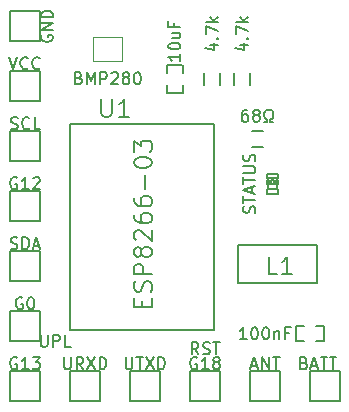
<source format=gto>
G04 #@! TF.FileFunction,Legend,Top*
%FSLAX46Y46*%
G04 Gerber Fmt 4.6, Leading zero omitted, Abs format (unit mm)*
G04 Created by KiCad (PCBNEW 0.201412131231+5320~19~ubuntu14.04.1-product) date Mon 15 Dec 2014 13:13:02 AEDT*
%MOMM*%
G01*
G04 APERTURE LIST*
%ADD10C,0.100000*%
%ADD11C,0.150000*%
%ADD12C,0.050000*%
G04 APERTURE END LIST*
D10*
D11*
X126444524Y-122642381D02*
X126444524Y-123451905D01*
X126492143Y-123547143D01*
X126539762Y-123594762D01*
X126635000Y-123642381D01*
X126825477Y-123642381D01*
X126920715Y-123594762D01*
X126968334Y-123547143D01*
X127015953Y-123451905D01*
X127015953Y-122642381D01*
X127492143Y-123642381D02*
X127492143Y-122642381D01*
X127873096Y-122642381D01*
X127968334Y-122690000D01*
X128015953Y-122737619D01*
X128063572Y-122832857D01*
X128063572Y-122975714D01*
X128015953Y-123070952D01*
X127968334Y-123118571D01*
X127873096Y-123166190D01*
X127492143Y-123166190D01*
X128968334Y-123642381D02*
X128492143Y-123642381D01*
X128492143Y-122642381D01*
X139787381Y-124277381D02*
X139454047Y-123801190D01*
X139215952Y-124277381D02*
X139215952Y-123277381D01*
X139596905Y-123277381D01*
X139692143Y-123325000D01*
X139739762Y-123372619D01*
X139787381Y-123467857D01*
X139787381Y-123610714D01*
X139739762Y-123705952D01*
X139692143Y-123753571D01*
X139596905Y-123801190D01*
X139215952Y-123801190D01*
X140168333Y-124229762D02*
X140311190Y-124277381D01*
X140549286Y-124277381D01*
X140644524Y-124229762D01*
X140692143Y-124182143D01*
X140739762Y-124086905D01*
X140739762Y-123991667D01*
X140692143Y-123896429D01*
X140644524Y-123848810D01*
X140549286Y-123801190D01*
X140358809Y-123753571D01*
X140263571Y-123705952D01*
X140215952Y-123658333D01*
X140168333Y-123563095D01*
X140168333Y-123467857D01*
X140215952Y-123372619D01*
X140263571Y-123325000D01*
X140358809Y-123277381D01*
X140596905Y-123277381D01*
X140739762Y-123325000D01*
X141025476Y-123277381D02*
X141596905Y-123277381D01*
X141311190Y-124277381D02*
X141311190Y-123277381D01*
X149725380Y-123205240D02*
X150423880Y-123205240D01*
X148724620Y-123205240D02*
X148026120Y-123205240D01*
X149725380Y-121904760D02*
X150423880Y-121904760D01*
X148026120Y-121904760D02*
X148724620Y-121904760D01*
X150423880Y-121920000D02*
X150423880Y-123190000D01*
X148026120Y-123190000D02*
X148026120Y-121920000D01*
X137144760Y-101465380D02*
X137144760Y-102163880D01*
X137144760Y-100464620D02*
X137144760Y-99766120D01*
X138445240Y-101465380D02*
X138445240Y-102163880D01*
X138445240Y-99766120D02*
X138445240Y-100464620D01*
X138430000Y-102163880D02*
X137160000Y-102163880D01*
X137160000Y-99766120D02*
X138430000Y-99766120D01*
X145600420Y-109405420D02*
X146499580Y-109405420D01*
X146499580Y-109405420D02*
X146499580Y-109006640D01*
X145600420Y-109006640D02*
X146499580Y-109006640D01*
X145600420Y-109405420D02*
X145600420Y-109006640D01*
X145600420Y-110703360D02*
X146499580Y-110703360D01*
X146499580Y-110703360D02*
X146499580Y-110304580D01*
X145600420Y-110304580D02*
X146499580Y-110304580D01*
X145600420Y-110703360D02*
X145600420Y-110304580D01*
X145600420Y-109855000D02*
X145750280Y-109855000D01*
X145750280Y-109855000D02*
X145750280Y-109555280D01*
X145600420Y-109555280D02*
X145750280Y-109555280D01*
X145600420Y-109855000D02*
X145600420Y-109555280D01*
X146349720Y-109855000D02*
X146499580Y-109855000D01*
X146499580Y-109855000D02*
X146499580Y-109555280D01*
X146349720Y-109555280D02*
X146499580Y-109555280D01*
X146349720Y-109855000D02*
X146349720Y-109555280D01*
X145900140Y-109855000D02*
X146199860Y-109855000D01*
X146199860Y-109855000D02*
X146199860Y-109555280D01*
X145900140Y-109555280D02*
X146199860Y-109555280D01*
X145900140Y-109855000D02*
X145900140Y-109555280D01*
X145651220Y-109405420D02*
X145651220Y-110304580D01*
X146448780Y-109405420D02*
X146448780Y-110304580D01*
X149845000Y-114995000D02*
X149845000Y-118295000D01*
X143145000Y-114995000D02*
X143145000Y-118295000D01*
X143145000Y-118295000D02*
X149845000Y-118295000D01*
X143145000Y-114995000D02*
X149845000Y-114995000D01*
X123825000Y-100330000D02*
X123825000Y-102870000D01*
X123825000Y-102870000D02*
X126365000Y-102870000D01*
X126365000Y-102870000D02*
X126365000Y-100330000D01*
X126365000Y-100330000D02*
X123825000Y-100330000D01*
X149225000Y-125730000D02*
X149225000Y-128270000D01*
X149225000Y-128270000D02*
X151765000Y-128270000D01*
X151765000Y-128270000D02*
X151765000Y-125730000D01*
X151765000Y-125730000D02*
X149225000Y-125730000D01*
X123825000Y-95250000D02*
X123825000Y-97790000D01*
X123825000Y-97790000D02*
X126365000Y-97790000D01*
X126365000Y-97790000D02*
X126365000Y-95250000D01*
X126365000Y-95250000D02*
X123825000Y-95250000D01*
X128905000Y-125730000D02*
X128905000Y-128270000D01*
X128905000Y-128270000D02*
X131445000Y-128270000D01*
X131445000Y-128270000D02*
X131445000Y-125730000D01*
X131445000Y-125730000D02*
X128905000Y-125730000D01*
X133985000Y-125730000D02*
X133985000Y-128270000D01*
X133985000Y-128270000D02*
X136525000Y-128270000D01*
X136525000Y-128270000D02*
X136525000Y-125730000D01*
X136525000Y-125730000D02*
X133985000Y-125730000D01*
X139065000Y-125730000D02*
X139065000Y-128270000D01*
X139065000Y-128270000D02*
X141605000Y-128270000D01*
X141605000Y-128270000D02*
X141605000Y-125730000D01*
X141605000Y-125730000D02*
X139065000Y-125730000D01*
X123825000Y-115570000D02*
X123825000Y-118110000D01*
X123825000Y-118110000D02*
X126365000Y-118110000D01*
X126365000Y-118110000D02*
X126365000Y-115570000D01*
X126365000Y-115570000D02*
X123825000Y-115570000D01*
X123825000Y-105410000D02*
X123825000Y-107950000D01*
X123825000Y-107950000D02*
X126365000Y-107950000D01*
X126365000Y-107950000D02*
X126365000Y-105410000D01*
X126365000Y-105410000D02*
X123825000Y-105410000D01*
X123825000Y-110490000D02*
X123825000Y-113030000D01*
X123825000Y-113030000D02*
X126365000Y-113030000D01*
X126365000Y-113030000D02*
X126365000Y-110490000D01*
X126365000Y-110490000D02*
X123825000Y-110490000D01*
X123825000Y-125730000D02*
X123825000Y-128270000D01*
X123825000Y-128270000D02*
X126365000Y-128270000D01*
X126365000Y-128270000D02*
X126365000Y-125730000D01*
X126365000Y-125730000D02*
X123825000Y-125730000D01*
X123825000Y-120650000D02*
X123825000Y-123190000D01*
X123825000Y-123190000D02*
X126365000Y-123190000D01*
X126365000Y-123190000D02*
X126365000Y-120650000D01*
X126365000Y-120650000D02*
X123825000Y-120650000D01*
X144145000Y-125730000D02*
X144145000Y-128270000D01*
X144145000Y-128270000D02*
X146685000Y-128270000D01*
X146685000Y-128270000D02*
X146685000Y-125730000D01*
X146685000Y-125730000D02*
X144145000Y-125730000D01*
X140295000Y-101465000D02*
X140295000Y-100465000D01*
X141645000Y-100465000D02*
X141645000Y-101465000D01*
X142835000Y-101465000D02*
X142835000Y-100465000D01*
X144185000Y-100465000D02*
X144185000Y-101465000D01*
X145280000Y-106720000D02*
X144280000Y-106720000D01*
X144280000Y-105370000D02*
X145280000Y-105370000D01*
X128905000Y-104775000D02*
X128905000Y-122225000D01*
X128905000Y-122225000D02*
X141065000Y-122225000D01*
X141065000Y-122225000D02*
X141065000Y-104775000D01*
X128905000Y-104775000D02*
X141065000Y-104775000D01*
D12*
X130830000Y-97425000D02*
X130830000Y-99425000D01*
X133330000Y-97425000D02*
X133330000Y-99425000D01*
X130830000Y-97425000D02*
X133330000Y-97425000D01*
X130830000Y-99425000D02*
X133330000Y-99425000D01*
D11*
X143867381Y-123007381D02*
X143295952Y-123007381D01*
X143581666Y-123007381D02*
X143581666Y-122007381D01*
X143486428Y-122150238D01*
X143391190Y-122245476D01*
X143295952Y-122293095D01*
X144486428Y-122007381D02*
X144581667Y-122007381D01*
X144676905Y-122055000D01*
X144724524Y-122102619D01*
X144772143Y-122197857D01*
X144819762Y-122388333D01*
X144819762Y-122626429D01*
X144772143Y-122816905D01*
X144724524Y-122912143D01*
X144676905Y-122959762D01*
X144581667Y-123007381D01*
X144486428Y-123007381D01*
X144391190Y-122959762D01*
X144343571Y-122912143D01*
X144295952Y-122816905D01*
X144248333Y-122626429D01*
X144248333Y-122388333D01*
X144295952Y-122197857D01*
X144343571Y-122102619D01*
X144391190Y-122055000D01*
X144486428Y-122007381D01*
X145438809Y-122007381D02*
X145534048Y-122007381D01*
X145629286Y-122055000D01*
X145676905Y-122102619D01*
X145724524Y-122197857D01*
X145772143Y-122388333D01*
X145772143Y-122626429D01*
X145724524Y-122816905D01*
X145676905Y-122912143D01*
X145629286Y-122959762D01*
X145534048Y-123007381D01*
X145438809Y-123007381D01*
X145343571Y-122959762D01*
X145295952Y-122912143D01*
X145248333Y-122816905D01*
X145200714Y-122626429D01*
X145200714Y-122388333D01*
X145248333Y-122197857D01*
X145295952Y-122102619D01*
X145343571Y-122055000D01*
X145438809Y-122007381D01*
X146200714Y-122340714D02*
X146200714Y-123007381D01*
X146200714Y-122435952D02*
X146248333Y-122388333D01*
X146343571Y-122340714D01*
X146486429Y-122340714D01*
X146581667Y-122388333D01*
X146629286Y-122483571D01*
X146629286Y-123007381D01*
X147438810Y-122483571D02*
X147105476Y-122483571D01*
X147105476Y-123007381D02*
X147105476Y-122007381D01*
X147581667Y-122007381D01*
X138247381Y-98861428D02*
X138247381Y-99432857D01*
X138247381Y-99147143D02*
X137247381Y-99147143D01*
X137390238Y-99242381D01*
X137485476Y-99337619D01*
X137533095Y-99432857D01*
X137247381Y-98242381D02*
X137247381Y-98147142D01*
X137295000Y-98051904D01*
X137342619Y-98004285D01*
X137437857Y-97956666D01*
X137628333Y-97909047D01*
X137866429Y-97909047D01*
X138056905Y-97956666D01*
X138152143Y-98004285D01*
X138199762Y-98051904D01*
X138247381Y-98147142D01*
X138247381Y-98242381D01*
X138199762Y-98337619D01*
X138152143Y-98385238D01*
X138056905Y-98432857D01*
X137866429Y-98480476D01*
X137628333Y-98480476D01*
X137437857Y-98432857D01*
X137342619Y-98385238D01*
X137295000Y-98337619D01*
X137247381Y-98242381D01*
X137580714Y-97051904D02*
X138247381Y-97051904D01*
X137580714Y-97480476D02*
X138104524Y-97480476D01*
X138199762Y-97432857D01*
X138247381Y-97337619D01*
X138247381Y-97194761D01*
X138199762Y-97099523D01*
X138152143Y-97051904D01*
X137723571Y-96242380D02*
X137723571Y-96575714D01*
X138247381Y-96575714D02*
X137247381Y-96575714D01*
X137247381Y-96099523D01*
X144549762Y-112331191D02*
X144597381Y-112188334D01*
X144597381Y-111950238D01*
X144549762Y-111855000D01*
X144502143Y-111807381D01*
X144406905Y-111759762D01*
X144311667Y-111759762D01*
X144216429Y-111807381D01*
X144168810Y-111855000D01*
X144121190Y-111950238D01*
X144073571Y-112140715D01*
X144025952Y-112235953D01*
X143978333Y-112283572D01*
X143883095Y-112331191D01*
X143787857Y-112331191D01*
X143692619Y-112283572D01*
X143645000Y-112235953D01*
X143597381Y-112140715D01*
X143597381Y-111902619D01*
X143645000Y-111759762D01*
X143597381Y-111474048D02*
X143597381Y-110902619D01*
X144597381Y-111188334D02*
X143597381Y-111188334D01*
X144311667Y-110616905D02*
X144311667Y-110140714D01*
X144597381Y-110712143D02*
X143597381Y-110378810D01*
X144597381Y-110045476D01*
X143597381Y-109855000D02*
X143597381Y-109283571D01*
X144597381Y-109569286D02*
X143597381Y-109569286D01*
X143597381Y-108950238D02*
X144406905Y-108950238D01*
X144502143Y-108902619D01*
X144549762Y-108855000D01*
X144597381Y-108759762D01*
X144597381Y-108569285D01*
X144549762Y-108474047D01*
X144502143Y-108426428D01*
X144406905Y-108378809D01*
X143597381Y-108378809D01*
X144549762Y-107950238D02*
X144597381Y-107807381D01*
X144597381Y-107569285D01*
X144549762Y-107474047D01*
X144502143Y-107426428D01*
X144406905Y-107378809D01*
X144311667Y-107378809D01*
X144216429Y-107426428D01*
X144168810Y-107474047D01*
X144121190Y-107569285D01*
X144073571Y-107759762D01*
X144025952Y-107855000D01*
X143978333Y-107902619D01*
X143883095Y-107950238D01*
X143787857Y-107950238D01*
X143692619Y-107902619D01*
X143645000Y-107855000D01*
X143597381Y-107759762D01*
X143597381Y-107521666D01*
X143645000Y-107378809D01*
X146435001Y-117518571D02*
X145720715Y-117518571D01*
X145720715Y-116018571D01*
X147720715Y-117518571D02*
X146863572Y-117518571D01*
X147292144Y-117518571D02*
X147292144Y-116018571D01*
X147149287Y-116232857D01*
X147006429Y-116375714D01*
X146863572Y-116447143D01*
X123761667Y-99147381D02*
X124095000Y-100147381D01*
X124428334Y-99147381D01*
X125333096Y-100052143D02*
X125285477Y-100099762D01*
X125142620Y-100147381D01*
X125047382Y-100147381D01*
X124904524Y-100099762D01*
X124809286Y-100004524D01*
X124761667Y-99909286D01*
X124714048Y-99718810D01*
X124714048Y-99575952D01*
X124761667Y-99385476D01*
X124809286Y-99290238D01*
X124904524Y-99195000D01*
X125047382Y-99147381D01*
X125142620Y-99147381D01*
X125285477Y-99195000D01*
X125333096Y-99242619D01*
X126333096Y-100052143D02*
X126285477Y-100099762D01*
X126142620Y-100147381D01*
X126047382Y-100147381D01*
X125904524Y-100099762D01*
X125809286Y-100004524D01*
X125761667Y-99909286D01*
X125714048Y-99718810D01*
X125714048Y-99575952D01*
X125761667Y-99385476D01*
X125809286Y-99290238D01*
X125904524Y-99195000D01*
X126047382Y-99147381D01*
X126142620Y-99147381D01*
X126285477Y-99195000D01*
X126333096Y-99242619D01*
X148740953Y-125023571D02*
X148883810Y-125071190D01*
X148931429Y-125118810D01*
X148979048Y-125214048D01*
X148979048Y-125356905D01*
X148931429Y-125452143D01*
X148883810Y-125499762D01*
X148788572Y-125547381D01*
X148407619Y-125547381D01*
X148407619Y-124547381D01*
X148740953Y-124547381D01*
X148836191Y-124595000D01*
X148883810Y-124642619D01*
X148931429Y-124737857D01*
X148931429Y-124833095D01*
X148883810Y-124928333D01*
X148836191Y-124975952D01*
X148740953Y-125023571D01*
X148407619Y-125023571D01*
X149360000Y-125261667D02*
X149836191Y-125261667D01*
X149264762Y-125547381D02*
X149598095Y-124547381D01*
X149931429Y-125547381D01*
X150121905Y-124547381D02*
X150693334Y-124547381D01*
X150407619Y-125547381D02*
X150407619Y-124547381D01*
X150883810Y-124547381D02*
X151455239Y-124547381D01*
X151169524Y-125547381D02*
X151169524Y-124547381D01*
X126500000Y-97281904D02*
X126452381Y-97377142D01*
X126452381Y-97519999D01*
X126500000Y-97662857D01*
X126595238Y-97758095D01*
X126690476Y-97805714D01*
X126880952Y-97853333D01*
X127023810Y-97853333D01*
X127214286Y-97805714D01*
X127309524Y-97758095D01*
X127404762Y-97662857D01*
X127452381Y-97519999D01*
X127452381Y-97424761D01*
X127404762Y-97281904D01*
X127357143Y-97234285D01*
X127023810Y-97234285D01*
X127023810Y-97424761D01*
X127452381Y-96805714D02*
X126452381Y-96805714D01*
X127452381Y-96234285D01*
X126452381Y-96234285D01*
X127452381Y-95758095D02*
X126452381Y-95758095D01*
X126452381Y-95520000D01*
X126500000Y-95377142D01*
X126595238Y-95281904D01*
X126690476Y-95234285D01*
X126880952Y-95186666D01*
X127023810Y-95186666D01*
X127214286Y-95234285D01*
X127309524Y-95281904D01*
X127404762Y-95377142D01*
X127452381Y-95520000D01*
X127452381Y-95758095D01*
X128413095Y-124547381D02*
X128413095Y-125356905D01*
X128460714Y-125452143D01*
X128508333Y-125499762D01*
X128603571Y-125547381D01*
X128794048Y-125547381D01*
X128889286Y-125499762D01*
X128936905Y-125452143D01*
X128984524Y-125356905D01*
X128984524Y-124547381D01*
X130032143Y-125547381D02*
X129698809Y-125071190D01*
X129460714Y-125547381D02*
X129460714Y-124547381D01*
X129841667Y-124547381D01*
X129936905Y-124595000D01*
X129984524Y-124642619D01*
X130032143Y-124737857D01*
X130032143Y-124880714D01*
X129984524Y-124975952D01*
X129936905Y-125023571D01*
X129841667Y-125071190D01*
X129460714Y-125071190D01*
X130365476Y-124547381D02*
X131032143Y-125547381D01*
X131032143Y-124547381D02*
X130365476Y-125547381D01*
X131413095Y-125547381D02*
X131413095Y-124547381D01*
X131651190Y-124547381D01*
X131794048Y-124595000D01*
X131889286Y-124690238D01*
X131936905Y-124785476D01*
X131984524Y-124975952D01*
X131984524Y-125118810D01*
X131936905Y-125309286D01*
X131889286Y-125404524D01*
X131794048Y-125499762D01*
X131651190Y-125547381D01*
X131413095Y-125547381D01*
X133612143Y-124547381D02*
X133612143Y-125356905D01*
X133659762Y-125452143D01*
X133707381Y-125499762D01*
X133802619Y-125547381D01*
X133993096Y-125547381D01*
X134088334Y-125499762D01*
X134135953Y-125452143D01*
X134183572Y-125356905D01*
X134183572Y-124547381D01*
X134516905Y-124547381D02*
X135088334Y-124547381D01*
X134802619Y-125547381D02*
X134802619Y-124547381D01*
X135326429Y-124547381D02*
X135993096Y-125547381D01*
X135993096Y-124547381D02*
X135326429Y-125547381D01*
X136374048Y-125547381D02*
X136374048Y-124547381D01*
X136612143Y-124547381D01*
X136755001Y-124595000D01*
X136850239Y-124690238D01*
X136897858Y-124785476D01*
X136945477Y-124975952D01*
X136945477Y-125118810D01*
X136897858Y-125309286D01*
X136850239Y-125404524D01*
X136755001Y-125499762D01*
X136612143Y-125547381D01*
X136374048Y-125547381D01*
X139644524Y-124595000D02*
X139549286Y-124547381D01*
X139406429Y-124547381D01*
X139263571Y-124595000D01*
X139168333Y-124690238D01*
X139120714Y-124785476D01*
X139073095Y-124975952D01*
X139073095Y-125118810D01*
X139120714Y-125309286D01*
X139168333Y-125404524D01*
X139263571Y-125499762D01*
X139406429Y-125547381D01*
X139501667Y-125547381D01*
X139644524Y-125499762D01*
X139692143Y-125452143D01*
X139692143Y-125118810D01*
X139501667Y-125118810D01*
X140644524Y-125547381D02*
X140073095Y-125547381D01*
X140358809Y-125547381D02*
X140358809Y-124547381D01*
X140263571Y-124690238D01*
X140168333Y-124785476D01*
X140073095Y-124833095D01*
X141215952Y-124975952D02*
X141120714Y-124928333D01*
X141073095Y-124880714D01*
X141025476Y-124785476D01*
X141025476Y-124737857D01*
X141073095Y-124642619D01*
X141120714Y-124595000D01*
X141215952Y-124547381D01*
X141406429Y-124547381D01*
X141501667Y-124595000D01*
X141549286Y-124642619D01*
X141596905Y-124737857D01*
X141596905Y-124785476D01*
X141549286Y-124880714D01*
X141501667Y-124928333D01*
X141406429Y-124975952D01*
X141215952Y-124975952D01*
X141120714Y-125023571D01*
X141073095Y-125071190D01*
X141025476Y-125166429D01*
X141025476Y-125356905D01*
X141073095Y-125452143D01*
X141120714Y-125499762D01*
X141215952Y-125547381D01*
X141406429Y-125547381D01*
X141501667Y-125499762D01*
X141549286Y-125452143D01*
X141596905Y-125356905D01*
X141596905Y-125166429D01*
X141549286Y-125071190D01*
X141501667Y-125023571D01*
X141406429Y-124975952D01*
X123880714Y-115339762D02*
X124023571Y-115387381D01*
X124261667Y-115387381D01*
X124356905Y-115339762D01*
X124404524Y-115292143D01*
X124452143Y-115196905D01*
X124452143Y-115101667D01*
X124404524Y-115006429D01*
X124356905Y-114958810D01*
X124261667Y-114911190D01*
X124071190Y-114863571D01*
X123975952Y-114815952D01*
X123928333Y-114768333D01*
X123880714Y-114673095D01*
X123880714Y-114577857D01*
X123928333Y-114482619D01*
X123975952Y-114435000D01*
X124071190Y-114387381D01*
X124309286Y-114387381D01*
X124452143Y-114435000D01*
X124880714Y-115387381D02*
X124880714Y-114387381D01*
X125118809Y-114387381D01*
X125261667Y-114435000D01*
X125356905Y-114530238D01*
X125404524Y-114625476D01*
X125452143Y-114815952D01*
X125452143Y-114958810D01*
X125404524Y-115149286D01*
X125356905Y-115244524D01*
X125261667Y-115339762D01*
X125118809Y-115387381D01*
X124880714Y-115387381D01*
X125833095Y-115101667D02*
X126309286Y-115101667D01*
X125737857Y-115387381D02*
X126071190Y-114387381D01*
X126404524Y-115387381D01*
X123904524Y-105179762D02*
X124047381Y-105227381D01*
X124285477Y-105227381D01*
X124380715Y-105179762D01*
X124428334Y-105132143D01*
X124475953Y-105036905D01*
X124475953Y-104941667D01*
X124428334Y-104846429D01*
X124380715Y-104798810D01*
X124285477Y-104751190D01*
X124095000Y-104703571D01*
X123999762Y-104655952D01*
X123952143Y-104608333D01*
X123904524Y-104513095D01*
X123904524Y-104417857D01*
X123952143Y-104322619D01*
X123999762Y-104275000D01*
X124095000Y-104227381D01*
X124333096Y-104227381D01*
X124475953Y-104275000D01*
X125475953Y-105132143D02*
X125428334Y-105179762D01*
X125285477Y-105227381D01*
X125190239Y-105227381D01*
X125047381Y-105179762D01*
X124952143Y-105084524D01*
X124904524Y-104989286D01*
X124856905Y-104798810D01*
X124856905Y-104655952D01*
X124904524Y-104465476D01*
X124952143Y-104370238D01*
X125047381Y-104275000D01*
X125190239Y-104227381D01*
X125285477Y-104227381D01*
X125428334Y-104275000D01*
X125475953Y-104322619D01*
X126380715Y-105227381D02*
X125904524Y-105227381D01*
X125904524Y-104227381D01*
X124404524Y-109355000D02*
X124309286Y-109307381D01*
X124166429Y-109307381D01*
X124023571Y-109355000D01*
X123928333Y-109450238D01*
X123880714Y-109545476D01*
X123833095Y-109735952D01*
X123833095Y-109878810D01*
X123880714Y-110069286D01*
X123928333Y-110164524D01*
X124023571Y-110259762D01*
X124166429Y-110307381D01*
X124261667Y-110307381D01*
X124404524Y-110259762D01*
X124452143Y-110212143D01*
X124452143Y-109878810D01*
X124261667Y-109878810D01*
X125404524Y-110307381D02*
X124833095Y-110307381D01*
X125118809Y-110307381D02*
X125118809Y-109307381D01*
X125023571Y-109450238D01*
X124928333Y-109545476D01*
X124833095Y-109593095D01*
X125785476Y-109402619D02*
X125833095Y-109355000D01*
X125928333Y-109307381D01*
X126166429Y-109307381D01*
X126261667Y-109355000D01*
X126309286Y-109402619D01*
X126356905Y-109497857D01*
X126356905Y-109593095D01*
X126309286Y-109735952D01*
X125737857Y-110307381D01*
X126356905Y-110307381D01*
X124404524Y-124595000D02*
X124309286Y-124547381D01*
X124166429Y-124547381D01*
X124023571Y-124595000D01*
X123928333Y-124690238D01*
X123880714Y-124785476D01*
X123833095Y-124975952D01*
X123833095Y-125118810D01*
X123880714Y-125309286D01*
X123928333Y-125404524D01*
X124023571Y-125499762D01*
X124166429Y-125547381D01*
X124261667Y-125547381D01*
X124404524Y-125499762D01*
X124452143Y-125452143D01*
X124452143Y-125118810D01*
X124261667Y-125118810D01*
X125404524Y-125547381D02*
X124833095Y-125547381D01*
X125118809Y-125547381D02*
X125118809Y-124547381D01*
X125023571Y-124690238D01*
X124928333Y-124785476D01*
X124833095Y-124833095D01*
X125737857Y-124547381D02*
X126356905Y-124547381D01*
X126023571Y-124928333D01*
X126166429Y-124928333D01*
X126261667Y-124975952D01*
X126309286Y-125023571D01*
X126356905Y-125118810D01*
X126356905Y-125356905D01*
X126309286Y-125452143D01*
X126261667Y-125499762D01*
X126166429Y-125547381D01*
X125880714Y-125547381D01*
X125785476Y-125499762D01*
X125737857Y-125452143D01*
X124880715Y-119515000D02*
X124785477Y-119467381D01*
X124642620Y-119467381D01*
X124499762Y-119515000D01*
X124404524Y-119610238D01*
X124356905Y-119705476D01*
X124309286Y-119895952D01*
X124309286Y-120038810D01*
X124356905Y-120229286D01*
X124404524Y-120324524D01*
X124499762Y-120419762D01*
X124642620Y-120467381D01*
X124737858Y-120467381D01*
X124880715Y-120419762D01*
X124928334Y-120372143D01*
X124928334Y-120038810D01*
X124737858Y-120038810D01*
X125547381Y-119467381D02*
X125642620Y-119467381D01*
X125737858Y-119515000D01*
X125785477Y-119562619D01*
X125833096Y-119657857D01*
X125880715Y-119848333D01*
X125880715Y-120086429D01*
X125833096Y-120276905D01*
X125785477Y-120372143D01*
X125737858Y-120419762D01*
X125642620Y-120467381D01*
X125547381Y-120467381D01*
X125452143Y-120419762D01*
X125404524Y-120372143D01*
X125356905Y-120276905D01*
X125309286Y-120086429D01*
X125309286Y-119848333D01*
X125356905Y-119657857D01*
X125404524Y-119562619D01*
X125452143Y-119515000D01*
X125547381Y-119467381D01*
X144272143Y-125261667D02*
X144748334Y-125261667D01*
X144176905Y-125547381D02*
X144510238Y-124547381D01*
X144843572Y-125547381D01*
X145176905Y-125547381D02*
X145176905Y-124547381D01*
X145748334Y-125547381D01*
X145748334Y-124547381D01*
X146081667Y-124547381D02*
X146653096Y-124547381D01*
X146367381Y-125547381D02*
X146367381Y-124547381D01*
X140755714Y-98083571D02*
X141422381Y-98083571D01*
X140374762Y-98321667D02*
X141089048Y-98559762D01*
X141089048Y-97940714D01*
X141327143Y-97559762D02*
X141374762Y-97512143D01*
X141422381Y-97559762D01*
X141374762Y-97607381D01*
X141327143Y-97559762D01*
X141422381Y-97559762D01*
X140422381Y-97178810D02*
X140422381Y-96512143D01*
X141422381Y-96940715D01*
X141422381Y-96131191D02*
X140422381Y-96131191D01*
X141041429Y-96035953D02*
X141422381Y-95750238D01*
X140755714Y-95750238D02*
X141136667Y-96131191D01*
X143295714Y-98083571D02*
X143962381Y-98083571D01*
X142914762Y-98321667D02*
X143629048Y-98559762D01*
X143629048Y-97940714D01*
X143867143Y-97559762D02*
X143914762Y-97512143D01*
X143962381Y-97559762D01*
X143914762Y-97607381D01*
X143867143Y-97559762D01*
X143962381Y-97559762D01*
X142962381Y-97178810D02*
X142962381Y-96512143D01*
X143962381Y-96940715D01*
X143962381Y-96131191D02*
X142962381Y-96131191D01*
X143581429Y-96035953D02*
X143962381Y-95750238D01*
X143295714Y-95750238D02*
X143676667Y-96131191D01*
X143922858Y-103592381D02*
X143732381Y-103592381D01*
X143637143Y-103640000D01*
X143589524Y-103687619D01*
X143494286Y-103830476D01*
X143446667Y-104020952D01*
X143446667Y-104401905D01*
X143494286Y-104497143D01*
X143541905Y-104544762D01*
X143637143Y-104592381D01*
X143827620Y-104592381D01*
X143922858Y-104544762D01*
X143970477Y-104497143D01*
X144018096Y-104401905D01*
X144018096Y-104163810D01*
X143970477Y-104068571D01*
X143922858Y-104020952D01*
X143827620Y-103973333D01*
X143637143Y-103973333D01*
X143541905Y-104020952D01*
X143494286Y-104068571D01*
X143446667Y-104163810D01*
X144589524Y-104020952D02*
X144494286Y-103973333D01*
X144446667Y-103925714D01*
X144399048Y-103830476D01*
X144399048Y-103782857D01*
X144446667Y-103687619D01*
X144494286Y-103640000D01*
X144589524Y-103592381D01*
X144780001Y-103592381D01*
X144875239Y-103640000D01*
X144922858Y-103687619D01*
X144970477Y-103782857D01*
X144970477Y-103830476D01*
X144922858Y-103925714D01*
X144875239Y-103973333D01*
X144780001Y-104020952D01*
X144589524Y-104020952D01*
X144494286Y-104068571D01*
X144446667Y-104116190D01*
X144399048Y-104211429D01*
X144399048Y-104401905D01*
X144446667Y-104497143D01*
X144494286Y-104544762D01*
X144589524Y-104592381D01*
X144780001Y-104592381D01*
X144875239Y-104544762D01*
X144922858Y-104497143D01*
X144970477Y-104401905D01*
X144970477Y-104211429D01*
X144922858Y-104116190D01*
X144875239Y-104068571D01*
X144780001Y-104020952D01*
X145351429Y-104592381D02*
X145589524Y-104592381D01*
X145589524Y-104401905D01*
X145494286Y-104354286D01*
X145399048Y-104259048D01*
X145351429Y-104116190D01*
X145351429Y-103878095D01*
X145399048Y-103735238D01*
X145494286Y-103640000D01*
X145637143Y-103592381D01*
X145827620Y-103592381D01*
X145970477Y-103640000D01*
X146065715Y-103735238D01*
X146113334Y-103878095D01*
X146113334Y-104116190D01*
X146065715Y-104259048D01*
X145970477Y-104354286D01*
X145875239Y-104401905D01*
X145875239Y-104592381D01*
X146113334Y-104592381D01*
X131572143Y-102683571D02*
X131572143Y-103897857D01*
X131643571Y-104040714D01*
X131715000Y-104112143D01*
X131857857Y-104183571D01*
X132143571Y-104183571D01*
X132286429Y-104112143D01*
X132357857Y-104040714D01*
X132429286Y-103897857D01*
X132429286Y-102683571D01*
X133929286Y-104183571D02*
X133072143Y-104183571D01*
X133500715Y-104183571D02*
X133500715Y-102683571D01*
X133357858Y-102897857D01*
X133215000Y-103040714D01*
X133072143Y-103112143D01*
X135027857Y-120264998D02*
X135027857Y-119764998D01*
X135813571Y-119550712D02*
X135813571Y-120264998D01*
X134313571Y-120264998D01*
X134313571Y-119550712D01*
X135742143Y-118979284D02*
X135813571Y-118764998D01*
X135813571Y-118407855D01*
X135742143Y-118264998D01*
X135670714Y-118193569D01*
X135527857Y-118122141D01*
X135385000Y-118122141D01*
X135242143Y-118193569D01*
X135170714Y-118264998D01*
X135099286Y-118407855D01*
X135027857Y-118693569D01*
X134956429Y-118836427D01*
X134885000Y-118907855D01*
X134742143Y-118979284D01*
X134599286Y-118979284D01*
X134456429Y-118907855D01*
X134385000Y-118836427D01*
X134313571Y-118693569D01*
X134313571Y-118336427D01*
X134385000Y-118122141D01*
X135813571Y-117479284D02*
X134313571Y-117479284D01*
X134313571Y-116907856D01*
X134385000Y-116764998D01*
X134456429Y-116693570D01*
X134599286Y-116622141D01*
X134813571Y-116622141D01*
X134956429Y-116693570D01*
X135027857Y-116764998D01*
X135099286Y-116907856D01*
X135099286Y-117479284D01*
X134956429Y-115764998D02*
X134885000Y-115907856D01*
X134813571Y-115979284D01*
X134670714Y-116050713D01*
X134599286Y-116050713D01*
X134456429Y-115979284D01*
X134385000Y-115907856D01*
X134313571Y-115764998D01*
X134313571Y-115479284D01*
X134385000Y-115336427D01*
X134456429Y-115264998D01*
X134599286Y-115193570D01*
X134670714Y-115193570D01*
X134813571Y-115264998D01*
X134885000Y-115336427D01*
X134956429Y-115479284D01*
X134956429Y-115764998D01*
X135027857Y-115907856D01*
X135099286Y-115979284D01*
X135242143Y-116050713D01*
X135527857Y-116050713D01*
X135670714Y-115979284D01*
X135742143Y-115907856D01*
X135813571Y-115764998D01*
X135813571Y-115479284D01*
X135742143Y-115336427D01*
X135670714Y-115264998D01*
X135527857Y-115193570D01*
X135242143Y-115193570D01*
X135099286Y-115264998D01*
X135027857Y-115336427D01*
X134956429Y-115479284D01*
X134456429Y-114622142D02*
X134385000Y-114550713D01*
X134313571Y-114407856D01*
X134313571Y-114050713D01*
X134385000Y-113907856D01*
X134456429Y-113836427D01*
X134599286Y-113764999D01*
X134742143Y-113764999D01*
X134956429Y-113836427D01*
X135813571Y-114693570D01*
X135813571Y-113764999D01*
X134313571Y-112479285D02*
X134313571Y-112764999D01*
X134385000Y-112907856D01*
X134456429Y-112979285D01*
X134670714Y-113122142D01*
X134956429Y-113193571D01*
X135527857Y-113193571D01*
X135670714Y-113122142D01*
X135742143Y-113050714D01*
X135813571Y-112907856D01*
X135813571Y-112622142D01*
X135742143Y-112479285D01*
X135670714Y-112407856D01*
X135527857Y-112336428D01*
X135170714Y-112336428D01*
X135027857Y-112407856D01*
X134956429Y-112479285D01*
X134885000Y-112622142D01*
X134885000Y-112907856D01*
X134956429Y-113050714D01*
X135027857Y-113122142D01*
X135170714Y-113193571D01*
X134313571Y-111050714D02*
X134313571Y-111336428D01*
X134385000Y-111479285D01*
X134456429Y-111550714D01*
X134670714Y-111693571D01*
X134956429Y-111765000D01*
X135527857Y-111765000D01*
X135670714Y-111693571D01*
X135742143Y-111622143D01*
X135813571Y-111479285D01*
X135813571Y-111193571D01*
X135742143Y-111050714D01*
X135670714Y-110979285D01*
X135527857Y-110907857D01*
X135170714Y-110907857D01*
X135027857Y-110979285D01*
X134956429Y-111050714D01*
X134885000Y-111193571D01*
X134885000Y-111479285D01*
X134956429Y-111622143D01*
X135027857Y-111693571D01*
X135170714Y-111765000D01*
X135242143Y-110265000D02*
X135242143Y-109122143D01*
X134313571Y-108122143D02*
X134313571Y-107979286D01*
X134385000Y-107836429D01*
X134456429Y-107765000D01*
X134599286Y-107693571D01*
X134885000Y-107622143D01*
X135242143Y-107622143D01*
X135527857Y-107693571D01*
X135670714Y-107765000D01*
X135742143Y-107836429D01*
X135813571Y-107979286D01*
X135813571Y-108122143D01*
X135742143Y-108265000D01*
X135670714Y-108336429D01*
X135527857Y-108407857D01*
X135242143Y-108479286D01*
X134885000Y-108479286D01*
X134599286Y-108407857D01*
X134456429Y-108336429D01*
X134385000Y-108265000D01*
X134313571Y-108122143D01*
X134313571Y-107122143D02*
X134313571Y-106193572D01*
X134885000Y-106693572D01*
X134885000Y-106479286D01*
X134956429Y-106336429D01*
X135027857Y-106265000D01*
X135170714Y-106193572D01*
X135527857Y-106193572D01*
X135670714Y-106265000D01*
X135742143Y-106336429D01*
X135813571Y-106479286D01*
X135813571Y-106907858D01*
X135742143Y-107050715D01*
X135670714Y-107122143D01*
X129651429Y-100893571D02*
X129794286Y-100941190D01*
X129841905Y-100988810D01*
X129889524Y-101084048D01*
X129889524Y-101226905D01*
X129841905Y-101322143D01*
X129794286Y-101369762D01*
X129699048Y-101417381D01*
X129318095Y-101417381D01*
X129318095Y-100417381D01*
X129651429Y-100417381D01*
X129746667Y-100465000D01*
X129794286Y-100512619D01*
X129841905Y-100607857D01*
X129841905Y-100703095D01*
X129794286Y-100798333D01*
X129746667Y-100845952D01*
X129651429Y-100893571D01*
X129318095Y-100893571D01*
X130318095Y-101417381D02*
X130318095Y-100417381D01*
X130651429Y-101131667D01*
X130984762Y-100417381D01*
X130984762Y-101417381D01*
X131460952Y-101417381D02*
X131460952Y-100417381D01*
X131841905Y-100417381D01*
X131937143Y-100465000D01*
X131984762Y-100512619D01*
X132032381Y-100607857D01*
X132032381Y-100750714D01*
X131984762Y-100845952D01*
X131937143Y-100893571D01*
X131841905Y-100941190D01*
X131460952Y-100941190D01*
X132413333Y-100512619D02*
X132460952Y-100465000D01*
X132556190Y-100417381D01*
X132794286Y-100417381D01*
X132889524Y-100465000D01*
X132937143Y-100512619D01*
X132984762Y-100607857D01*
X132984762Y-100703095D01*
X132937143Y-100845952D01*
X132365714Y-101417381D01*
X132984762Y-101417381D01*
X133556190Y-100845952D02*
X133460952Y-100798333D01*
X133413333Y-100750714D01*
X133365714Y-100655476D01*
X133365714Y-100607857D01*
X133413333Y-100512619D01*
X133460952Y-100465000D01*
X133556190Y-100417381D01*
X133746667Y-100417381D01*
X133841905Y-100465000D01*
X133889524Y-100512619D01*
X133937143Y-100607857D01*
X133937143Y-100655476D01*
X133889524Y-100750714D01*
X133841905Y-100798333D01*
X133746667Y-100845952D01*
X133556190Y-100845952D01*
X133460952Y-100893571D01*
X133413333Y-100941190D01*
X133365714Y-101036429D01*
X133365714Y-101226905D01*
X133413333Y-101322143D01*
X133460952Y-101369762D01*
X133556190Y-101417381D01*
X133746667Y-101417381D01*
X133841905Y-101369762D01*
X133889524Y-101322143D01*
X133937143Y-101226905D01*
X133937143Y-101036429D01*
X133889524Y-100941190D01*
X133841905Y-100893571D01*
X133746667Y-100845952D01*
X134556190Y-100417381D02*
X134651429Y-100417381D01*
X134746667Y-100465000D01*
X134794286Y-100512619D01*
X134841905Y-100607857D01*
X134889524Y-100798333D01*
X134889524Y-101036429D01*
X134841905Y-101226905D01*
X134794286Y-101322143D01*
X134746667Y-101369762D01*
X134651429Y-101417381D01*
X134556190Y-101417381D01*
X134460952Y-101369762D01*
X134413333Y-101322143D01*
X134365714Y-101226905D01*
X134318095Y-101036429D01*
X134318095Y-100798333D01*
X134365714Y-100607857D01*
X134413333Y-100512619D01*
X134460952Y-100465000D01*
X134556190Y-100417381D01*
M02*

</source>
